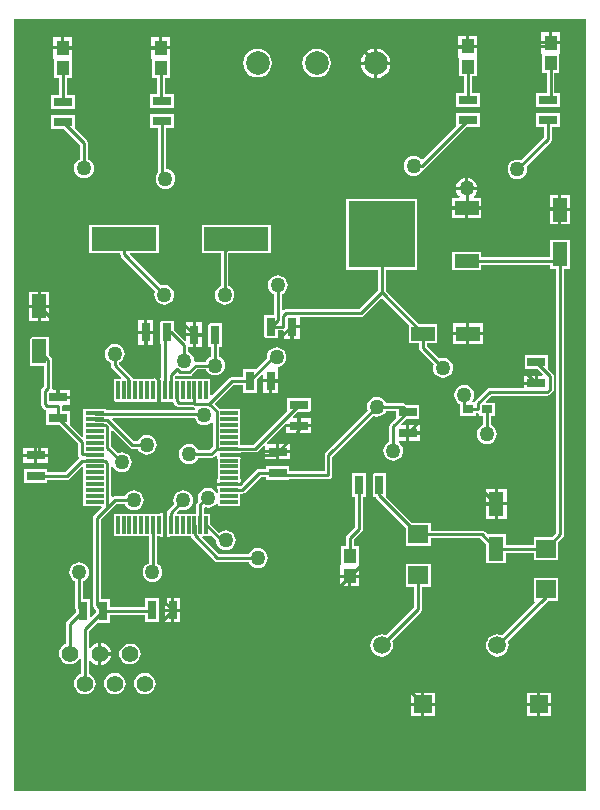
<source format=gtl>
%FSLAX44Y44*%
%MOMM*%
G71*
G01*
G75*
G04 Layer_Physical_Order=1*
G04 Layer_Color=255*
%ADD10R,1.6800X1.5200*%
%ADD11R,0.9500X0.7000*%
%ADD12R,0.8000X1.6000*%
%ADD13R,1.2500X2.0000*%
%ADD14R,1.6000X0.8000*%
%ADD15R,5.5000X2.0000*%
%ADD16R,5.6000X5.6000*%
%ADD17R,2.0000X1.2000*%
%ADD18R,0.3000X1.5000*%
%ADD19R,1.5000X0.3000*%
%ADD20R,1.1000X1.2500*%
%ADD21R,2.0000X1.2500*%
%ADD22C,0.2540*%
%ADD23C,0.2900*%
%ADD24C,2.0000*%
%ADD25C,1.5000*%
%ADD26R,1.5000X1.5000*%
%ADD27C,1.4000*%
%ADD28C,1.2700*%
G36*
X484000Y-0D02*
X-0D01*
Y653000D01*
X484000D01*
Y-0D01*
D02*
G37*
%LPC*%
G36*
X28540Y290540D02*
X19270D01*
Y285270D01*
X28540D01*
Y290540D01*
D02*
G37*
G36*
X16730D02*
X7460D01*
Y285270D01*
X16730D01*
Y290540D01*
D02*
G37*
G36*
X233540Y285730D02*
X224270D01*
Y280460D01*
X233540D01*
Y285730D01*
D02*
G37*
G36*
X239730Y307730D02*
X230460D01*
Y302460D01*
X239730D01*
Y307730D01*
D02*
G37*
G36*
X343540Y301730D02*
X334270D01*
Y296460D01*
X343540D01*
Y301730D01*
D02*
G37*
G36*
X233540Y293540D02*
X224270D01*
Y288270D01*
X233540D01*
Y293540D01*
D02*
G37*
G36*
X416790Y255540D02*
X409270D01*
Y244270D01*
X416790D01*
Y255540D01*
D02*
G37*
G36*
X406730D02*
X399210D01*
Y244270D01*
X406730D01*
Y255540D01*
D02*
G37*
G36*
X416790Y241730D02*
X409270D01*
Y230460D01*
X416790D01*
Y241730D01*
D02*
G37*
G36*
X221730Y285730D02*
X212460D01*
Y280460D01*
X221730D01*
Y285730D01*
D02*
G37*
G36*
X28540Y282730D02*
X19270D01*
Y277460D01*
X28540D01*
Y282730D01*
D02*
G37*
G36*
X16730D02*
X7460D01*
Y277460D01*
X16730D01*
Y282730D01*
D02*
G37*
G36*
X223540Y345730D02*
X218270D01*
Y336460D01*
X223540D01*
Y345730D01*
D02*
G37*
G36*
X215730D02*
X210460D01*
Y336460D01*
X215730D01*
Y345730D01*
D02*
G37*
G36*
X47540Y339540D02*
X38270D01*
Y334270D01*
X47540D01*
Y339540D01*
D02*
G37*
G36*
X110030Y386730D02*
X104760D01*
Y377460D01*
X110030D01*
Y386730D01*
D02*
G37*
G36*
X158840Y384730D02*
X153570D01*
Y375460D01*
X158840D01*
Y384730D01*
D02*
G37*
G36*
X440730Y351540D02*
X431460D01*
Y346270D01*
X440730D01*
Y351540D01*
D02*
G37*
G36*
X251540Y315540D02*
X242270D01*
Y310270D01*
X251540D01*
Y315540D01*
D02*
G37*
G36*
X343540Y309540D02*
X334270D01*
Y304270D01*
X343540D01*
Y309540D01*
D02*
G37*
G36*
X251540Y307730D02*
X242270D01*
Y302460D01*
X251540D01*
Y307730D01*
D02*
G37*
G36*
X85000Y378422D02*
X82820Y378135D01*
X80789Y377294D01*
X79045Y375955D01*
X77706Y374211D01*
X76865Y372180D01*
X76578Y370000D01*
X76865Y367820D01*
X77706Y365789D01*
X79045Y364045D01*
X80789Y362706D01*
X81666Y362343D01*
Y360124D01*
X81920Y358848D01*
X82642Y357767D01*
X90736Y349673D01*
X90250Y348500D01*
X84000D01*
Y329500D01*
X118460D01*
Y328960D01*
X121230D01*
Y339000D01*
Y349040D01*
X118460D01*
Y348500D01*
X100476D01*
X100350Y349130D01*
X99628Y350212D01*
X88670Y361170D01*
X88856Y362559D01*
X89211Y362706D01*
X90955Y364045D01*
X92294Y365789D01*
X93135Y367820D01*
X93422Y370000D01*
X93135Y372180D01*
X92294Y374211D01*
X90955Y375955D01*
X89211Y377294D01*
X87180Y378135D01*
X85000Y378422D01*
D02*
G37*
G36*
X452000Y368700D02*
X432000D01*
Y356700D01*
X443285D01*
X447272Y352713D01*
X446786Y351540D01*
X443270D01*
Y345000D01*
X442000D01*
Y343730D01*
X431460D01*
Y341064D01*
X402355D01*
X401080Y340810D01*
X399998Y340088D01*
X390122Y330212D01*
X389400Y329130D01*
X389304Y328650D01*
X388037Y328704D01*
X387512Y329770D01*
X388294Y330789D01*
X389135Y332820D01*
X389422Y335000D01*
X389135Y337180D01*
X388294Y339211D01*
X386955Y340955D01*
X385211Y342294D01*
X383180Y343135D01*
X381000Y343422D01*
X378820Y343135D01*
X376789Y342294D01*
X375045Y340955D01*
X373706Y339211D01*
X372865Y337180D01*
X372578Y335000D01*
X372865Y332820D01*
X373706Y330789D01*
X375045Y329045D01*
X376789Y327706D01*
X377250Y327515D01*
Y317500D01*
X390750D01*
Y319666D01*
X392480D01*
X392768Y319723D01*
X393750Y318918D01*
Y317500D01*
X396666D01*
Y309657D01*
X395789Y309294D01*
X394045Y307955D01*
X392706Y306211D01*
X391865Y304180D01*
X391578Y302000D01*
X391865Y299820D01*
X392706Y297789D01*
X394045Y296045D01*
X395789Y294706D01*
X397820Y293865D01*
X400000Y293578D01*
X402180Y293865D01*
X404211Y294706D01*
X405955Y296045D01*
X407294Y297789D01*
X408135Y299820D01*
X408422Y302000D01*
X408135Y304180D01*
X407294Y306211D01*
X405955Y307955D01*
X404211Y309294D01*
X403334Y309657D01*
Y317500D01*
X407250D01*
Y328500D01*
X399500D01*
X399014Y329673D01*
X403736Y334396D01*
X451354D01*
X452630Y334650D01*
X453712Y335373D01*
X455628Y337288D01*
X456350Y338370D01*
X456604Y339646D01*
Y351430D01*
X456350Y352706D01*
X455628Y353787D01*
X452000Y357415D01*
Y368700D01*
D02*
G37*
G36*
X135000Y398000D02*
X123000D01*
Y378000D01*
X124396D01*
Y349040D01*
X123770D01*
Y339000D01*
Y328960D01*
X126540D01*
Y329500D01*
X134524D01*
X134650Y328870D01*
X135372Y327788D01*
X137288Y325872D01*
X138370Y325150D01*
X139646Y324896D01*
X151275D01*
X151808Y324540D01*
X152708Y324361D01*
X153265Y323474D01*
X153367Y323016D01*
X153111Y322604D01*
X77500D01*
Y323000D01*
X58500D01*
Y316000D01*
Y311000D01*
Y306000D01*
Y301000D01*
Y300174D01*
X57327Y299688D01*
X47000Y310015D01*
Y321300D01*
X40334D01*
Y325730D01*
X40933Y326460D01*
X47540D01*
Y331730D01*
X37000D01*
Y333000D01*
X35730D01*
Y339540D01*
X32792D01*
X31788Y340810D01*
X31854Y341144D01*
Y364480D01*
X31600Y365756D01*
X30877Y366838D01*
X29250Y368465D01*
Y384000D01*
X12750D01*
Y360000D01*
X25186D01*
Y342525D01*
X23372Y340712D01*
X22650Y339630D01*
X22396Y338354D01*
Y327645D01*
X22650Y326370D01*
X23372Y325288D01*
X25288Y323372D01*
X26370Y322650D01*
X26925Y322539D01*
X27000Y321300D01*
X27000Y321300D01*
X27000Y321300D01*
Y309300D01*
X38285D01*
X53896Y293689D01*
Y284730D01*
X54150Y283454D01*
X54872Y282372D01*
X54403Y281159D01*
X42879Y269634D01*
X28000D01*
Y272300D01*
X8000D01*
Y260300D01*
X28000D01*
Y262966D01*
X44260D01*
X45536Y263220D01*
X46617Y263943D01*
X57327Y274652D01*
X58500Y274166D01*
Y271000D01*
Y266000D01*
Y261000D01*
Y256000D01*
Y251000D01*
Y246000D01*
Y241000D01*
X73666D01*
X74152Y239827D01*
X67372Y233048D01*
X66650Y231966D01*
X66396Y230690D01*
Y157270D01*
X66650Y155994D01*
X67372Y154913D01*
X69000Y153285D01*
Y150715D01*
X65123Y146838D01*
X63950Y147324D01*
Y162000D01*
X58334D01*
Y177343D01*
X59211Y177706D01*
X60955Y179045D01*
X62294Y180789D01*
X63135Y182820D01*
X63422Y185000D01*
X63135Y187180D01*
X62294Y189211D01*
X60955Y190955D01*
X59211Y192294D01*
X57180Y193135D01*
X55000Y193422D01*
X52820Y193135D01*
X50789Y192294D01*
X49045Y190955D01*
X47706Y189211D01*
X46865Y187180D01*
X46578Y185000D01*
X46865Y182820D01*
X47706Y180789D01*
X49045Y179045D01*
X50789Y177706D01*
X51666Y177343D01*
Y154950D01*
X51920Y153674D01*
X51950Y153629D01*
Y150715D01*
X44643Y143407D01*
X43920Y142326D01*
X43666Y141050D01*
Y124361D01*
X42461Y123861D01*
X40581Y122419D01*
X39139Y120539D01*
X38232Y118350D01*
X37922Y116000D01*
X38232Y113651D01*
X39139Y111461D01*
X40581Y109581D01*
X42461Y108139D01*
X44651Y107232D01*
X47000Y106922D01*
X49349Y107232D01*
X51539Y108139D01*
X53419Y109581D01*
X54861Y111461D01*
X55096Y112027D01*
X56366Y111775D01*
Y98961D01*
X55161Y98461D01*
X53281Y97019D01*
X51839Y95139D01*
X50932Y92949D01*
X50622Y90600D01*
X50932Y88251D01*
X51839Y86061D01*
X53281Y84181D01*
X55161Y82739D01*
X57351Y81832D01*
X59700Y81522D01*
X62049Y81832D01*
X64239Y82739D01*
X66119Y84181D01*
X67561Y86061D01*
X68468Y88251D01*
X68778Y90600D01*
X68468Y92949D01*
X67561Y95139D01*
X66119Y97019D01*
X64239Y98461D01*
X63034Y98961D01*
Y110510D01*
X64304Y110880D01*
X65596Y109196D01*
X67589Y107667D01*
X69910Y106706D01*
X71130Y106545D01*
Y116000D01*
Y125455D01*
X69910Y125294D01*
X67589Y124333D01*
X65596Y122804D01*
X64304Y121120D01*
X63034Y121490D01*
Y135319D01*
X69715Y142000D01*
X81000D01*
Y148666D01*
X110300D01*
Y143000D01*
X122300D01*
Y163000D01*
X110300D01*
Y155334D01*
X81000D01*
Y162000D01*
X73064D01*
Y229309D01*
X81128Y237372D01*
X86421Y242666D01*
X93343D01*
X93706Y241789D01*
X95045Y240045D01*
X96789Y238706D01*
X98820Y237865D01*
X101000Y237578D01*
X103180Y237865D01*
X105211Y238706D01*
X106955Y240045D01*
X108294Y241789D01*
X109135Y243820D01*
X109422Y246000D01*
X109135Y248180D01*
X108294Y250211D01*
X106955Y251955D01*
X105211Y253294D01*
X103180Y254135D01*
X101000Y254422D01*
X98820Y254135D01*
X96789Y253294D01*
X95045Y251955D01*
X93706Y250211D01*
X93343Y249334D01*
X85040D01*
X83764Y249080D01*
X83374Y248820D01*
X82104Y249499D01*
Y274338D01*
X83374Y274591D01*
X83706Y273789D01*
X85045Y272045D01*
X86789Y270706D01*
X88820Y269865D01*
X91000Y269578D01*
X93180Y269865D01*
X95211Y270706D01*
X96955Y272045D01*
X98294Y273789D01*
X99135Y275820D01*
X99422Y278000D01*
X99135Y280180D01*
X98294Y282211D01*
X96955Y283955D01*
X95211Y285294D01*
X93180Y286135D01*
X91000Y286422D01*
X88820Y286135D01*
X87943Y285772D01*
X82104Y291611D01*
Y304562D01*
X83277Y305048D01*
X97683Y290643D01*
X98764Y289920D01*
X100040Y289666D01*
X104343D01*
X104706Y288789D01*
X106045Y287045D01*
X107789Y285706D01*
X109820Y284865D01*
X112000Y284578D01*
X114180Y284865D01*
X116211Y285706D01*
X117955Y287045D01*
X119294Y288789D01*
X120135Y290820D01*
X120422Y293000D01*
X120135Y295180D01*
X119294Y297211D01*
X117955Y298955D01*
X116211Y300294D01*
X114180Y301135D01*
X112000Y301422D01*
X109820Y301135D01*
X107789Y300294D01*
X106045Y298955D01*
X104706Y297211D01*
X104343Y296334D01*
X101421D01*
X82992Y314763D01*
X83478Y315936D01*
X152850D01*
X152865Y315820D01*
X153706Y313789D01*
X155045Y312045D01*
X156789Y310706D01*
X158820Y309865D01*
X161000Y309578D01*
X163180Y309865D01*
X165211Y310706D01*
X166626Y311792D01*
X167896Y311327D01*
Y291111D01*
X165119Y288334D01*
X155657D01*
X155294Y289211D01*
X153955Y290955D01*
X152211Y292294D01*
X150180Y293135D01*
X148000Y293422D01*
X145820Y293135D01*
X143789Y292294D01*
X142045Y290955D01*
X140706Y289211D01*
X139865Y287180D01*
X139578Y285000D01*
X139865Y282820D01*
X140706Y280789D01*
X142045Y279045D01*
X143789Y277706D01*
X145820Y276865D01*
X148000Y276578D01*
X150180Y276865D01*
X152211Y277706D01*
X153955Y279045D01*
X155294Y280789D01*
X155657Y281666D01*
X166500D01*
X167776Y281920D01*
X168857Y282642D01*
X170787Y284572D01*
X171960Y284086D01*
Y280460D01*
X172500D01*
Y276000D01*
Y271000D01*
Y266000D01*
Y263540D01*
X171960D01*
Y260770D01*
X182000D01*
Y258230D01*
X171960D01*
Y255460D01*
X172500D01*
Y252982D01*
X171366Y252288D01*
X171230Y252294D01*
X169955Y253955D01*
X168211Y255294D01*
X166180Y256135D01*
X164000Y256422D01*
X161820Y256135D01*
X159789Y255294D01*
X158045Y253955D01*
X156706Y252211D01*
X155865Y250180D01*
X155578Y248000D01*
X155865Y245820D01*
X155935Y245650D01*
X155142Y244858D01*
X154420Y243776D01*
X154166Y242500D01*
Y234500D01*
X137874D01*
X137388Y235673D01*
X139943Y238228D01*
X140820Y237865D01*
X143000Y237578D01*
X145180Y237865D01*
X147211Y238706D01*
X148955Y240045D01*
X150294Y241789D01*
X151135Y243820D01*
X151422Y246000D01*
X151135Y248180D01*
X150294Y250211D01*
X148955Y251955D01*
X147211Y253294D01*
X145180Y254135D01*
X143000Y254422D01*
X140820Y254135D01*
X138789Y253294D01*
X137045Y251955D01*
X135706Y250211D01*
X134865Y248180D01*
X134578Y246000D01*
X134865Y243820D01*
X135228Y242943D01*
X130142Y237857D01*
X129420Y236776D01*
X129166Y235500D01*
Y235040D01*
X128770D01*
Y225000D01*
Y214960D01*
X131540D01*
Y215500D01*
X149524D01*
X149650Y214870D01*
X150372Y213788D01*
X169518Y194643D01*
X170600Y193920D01*
X171876Y193666D01*
X198343D01*
X198706Y192789D01*
X200045Y191045D01*
X201789Y189706D01*
X203820Y188865D01*
X206000Y188578D01*
X208180Y188865D01*
X210211Y189706D01*
X211955Y191045D01*
X213294Y192789D01*
X214135Y194820D01*
X214422Y197000D01*
X214135Y199180D01*
X213294Y201211D01*
X211955Y202955D01*
X210211Y204294D01*
X208180Y205135D01*
X206000Y205422D01*
X203820Y205135D01*
X201789Y204294D01*
X200045Y202955D01*
X198706Y201211D01*
X198343Y200334D01*
X173257D01*
X159264Y214327D01*
X159750Y215500D01*
X166000D01*
X166000Y215500D01*
Y215500D01*
X167182Y215603D01*
X170602Y212183D01*
X170578Y212000D01*
X170865Y209820D01*
X171706Y207789D01*
X173045Y206045D01*
X174789Y204706D01*
X176820Y203865D01*
X179000Y203578D01*
X181180Y203865D01*
X183211Y204706D01*
X184955Y206045D01*
X186294Y207789D01*
X187135Y209820D01*
X187422Y212000D01*
X187135Y214180D01*
X186294Y216211D01*
X184955Y217955D01*
X183211Y219294D01*
X181180Y220135D01*
X179000Y220422D01*
X176820Y220135D01*
X174789Y219294D01*
X173732Y218483D01*
X166000Y226215D01*
Y234500D01*
X160834D01*
Y239079D01*
X162104Y239828D01*
X164000Y239578D01*
X166180Y239865D01*
X168211Y240706D01*
X169955Y242045D01*
X171230Y243706D01*
X171366Y243711D01*
X172500Y243018D01*
Y241000D01*
X191500D01*
Y246000D01*
Y251000D01*
Y251396D01*
X192770D01*
X194046Y251650D01*
X195128Y252372D01*
X208721Y265966D01*
X213000D01*
Y263300D01*
X233000D01*
Y263666D01*
X266000D01*
X267276Y263920D01*
X268358Y264643D01*
X269080Y265724D01*
X269334Y267000D01*
Y282619D01*
X303943Y317228D01*
X304820Y316865D01*
X307000Y316578D01*
X309180Y316865D01*
X311211Y317706D01*
X312955Y319045D01*
X314294Y320789D01*
X314657Y321666D01*
X323000D01*
Y315415D01*
X318643Y311057D01*
X317920Y309976D01*
X317666Y308700D01*
Y295657D01*
X316789Y295294D01*
X315045Y293955D01*
X313706Y292211D01*
X312865Y290180D01*
X312578Y288000D01*
X312865Y285820D01*
X313706Y283789D01*
X315045Y282045D01*
X316789Y280706D01*
X318820Y279865D01*
X321000Y279578D01*
X323180Y279865D01*
X325211Y280706D01*
X326955Y282045D01*
X328294Y283789D01*
X329135Y285820D01*
X329422Y288000D01*
X329135Y290180D01*
X328294Y292211D01*
X326955Y293955D01*
X325346Y295190D01*
X325363Y295653D01*
X325704Y296460D01*
X331730D01*
Y303000D01*
Y309540D01*
X328214D01*
X327728Y310713D01*
X331715Y314700D01*
X343000D01*
Y326700D01*
X331715D01*
X331058Y327357D01*
X329976Y328080D01*
X328700Y328334D01*
X314657D01*
X314294Y329211D01*
X312955Y330955D01*
X311211Y332294D01*
X309180Y333135D01*
X307000Y333422D01*
X304820Y333135D01*
X302789Y332294D01*
X301045Y330955D01*
X299706Y329211D01*
X298865Y327180D01*
X298578Y325000D01*
X298865Y322820D01*
X299228Y321943D01*
X263643Y286357D01*
X262920Y285276D01*
X262666Y284000D01*
Y270334D01*
X233000D01*
Y275300D01*
X213000D01*
Y272634D01*
X207340D01*
X206064Y272380D01*
X204982Y271658D01*
X193213Y259888D01*
X192040Y260374D01*
Y263540D01*
X191500D01*
Y266000D01*
Y271000D01*
Y276000D01*
Y280460D01*
X192040D01*
Y283230D01*
X182000D01*
Y285770D01*
X192040D01*
Y286396D01*
X204030D01*
X205306Y286650D01*
X206388Y287372D01*
X211287Y292272D01*
X212460Y291786D01*
Y288270D01*
X221730D01*
Y293540D01*
X214214D01*
X213728Y294713D01*
X229287Y310272D01*
X229291Y310270D01*
X239730D01*
Y315540D01*
X236214D01*
X235728Y316713D01*
X239715Y320700D01*
X251000D01*
Y332700D01*
X231000D01*
Y321415D01*
X202649Y293064D01*
X191500D01*
Y296000D01*
Y301000D01*
Y306000D01*
Y311000D01*
Y316000D01*
Y323000D01*
X174077D01*
X173587Y323732D01*
X170335Y326985D01*
Y328255D01*
X185746Y343666D01*
X193300D01*
Y337000D01*
X205300D01*
Y348285D01*
X209287Y352272D01*
X210460Y351786D01*
Y348270D01*
X223540D01*
Y357540D01*
X223540Y357540D01*
X223540D01*
X223594Y358788D01*
X224180Y358865D01*
X226211Y359706D01*
X227955Y361045D01*
X229294Y362789D01*
X230135Y364820D01*
X230422Y367000D01*
X230135Y369180D01*
X229294Y371211D01*
X227955Y372955D01*
X226211Y374294D01*
X224180Y375135D01*
X222000Y375422D01*
X219820Y375135D01*
X217789Y374294D01*
X216045Y372955D01*
X214706Y371211D01*
X213865Y369180D01*
X213578Y367000D01*
X213695Y366110D01*
X204585Y357000D01*
X193300D01*
Y350334D01*
X184365D01*
X183089Y350080D01*
X182656Y349791D01*
X182007Y349357D01*
X167173Y334524D01*
X166000Y335010D01*
Y348500D01*
X135834D01*
Y350724D01*
X137395Y352285D01*
X137658Y352023D01*
X138739Y351300D01*
X140015Y351046D01*
X147985D01*
X149261Y351300D01*
X150342Y352023D01*
X154986Y356666D01*
X162343D01*
X162706Y355789D01*
X164045Y354045D01*
X165789Y352706D01*
X167820Y351865D01*
X170000Y351578D01*
X172180Y351865D01*
X174211Y352706D01*
X175955Y354045D01*
X177294Y355789D01*
X178135Y357820D01*
X178422Y360000D01*
X178135Y362180D01*
X177294Y364211D01*
X175955Y365955D01*
X174211Y367294D01*
X173334Y367657D01*
Y376000D01*
X176000D01*
Y396000D01*
X164000D01*
Y376000D01*
X166666D01*
Y367657D01*
X165789Y367294D01*
X164045Y365955D01*
X162706Y364211D01*
X162343Y363334D01*
X153605D01*
X153181Y363572D01*
X152372Y364384D01*
X152135Y366180D01*
X151294Y368211D01*
X149955Y369955D01*
X148211Y371294D01*
X147334Y371657D01*
Y375460D01*
X151030D01*
Y384730D01*
X145760D01*
Y381614D01*
X144587Y381128D01*
X135358Y390358D01*
X135000Y390596D01*
Y398000D01*
D02*
G37*
G36*
X85100Y99678D02*
X82751Y99368D01*
X80561Y98461D01*
X78681Y97019D01*
X77239Y95139D01*
X76332Y92949D01*
X76022Y90600D01*
X76332Y88251D01*
X77239Y86061D01*
X78681Y84181D01*
X80561Y82739D01*
X82751Y81832D01*
X85100Y81522D01*
X87450Y81832D01*
X89639Y82739D01*
X91519Y84181D01*
X92962Y86061D01*
X93868Y88251D01*
X94178Y90600D01*
X93868Y92949D01*
X92962Y95139D01*
X91519Y97019D01*
X89639Y98461D01*
X87450Y99368D01*
X85100Y99678D01*
D02*
G37*
G36*
X454040Y83040D02*
X445270D01*
Y74270D01*
X454040D01*
Y83040D01*
D02*
G37*
G36*
X442730D02*
X433960D01*
Y74270D01*
X442730D01*
Y83040D01*
D02*
G37*
G36*
X97800Y125078D02*
X95450Y124768D01*
X93261Y123861D01*
X91381Y122419D01*
X89939Y120539D01*
X89032Y118350D01*
X88722Y116000D01*
X89032Y113651D01*
X89939Y111461D01*
X91381Y109581D01*
X93261Y108139D01*
X95450Y107232D01*
X97800Y106922D01*
X100149Y107232D01*
X102339Y108139D01*
X104219Y109581D01*
X105661Y111461D01*
X106568Y113651D01*
X106878Y116000D01*
X106568Y118350D01*
X105661Y120539D01*
X104219Y122419D01*
X102339Y123861D01*
X100149Y124768D01*
X97800Y125078D01*
D02*
G37*
G36*
X81855Y114730D02*
X73670D01*
Y106545D01*
X74890Y106706D01*
X77211Y107667D01*
X79204Y109196D01*
X80733Y111189D01*
X81694Y113510D01*
X81855Y114730D01*
D02*
G37*
G36*
X110500Y99678D02*
X108151Y99368D01*
X105961Y98461D01*
X104081Y97019D01*
X102639Y95139D01*
X101732Y92949D01*
X101422Y90600D01*
X101732Y88251D01*
X102639Y86061D01*
X104081Y84181D01*
X105961Y82739D01*
X108151Y81832D01*
X110500Y81522D01*
X112850Y81832D01*
X115039Y82739D01*
X116919Y84181D01*
X118362Y86061D01*
X119268Y88251D01*
X119578Y90600D01*
X119268Y92949D01*
X118362Y95139D01*
X116919Y97019D01*
X115039Y98461D01*
X112850Y99368D01*
X110500Y99678D01*
D02*
G37*
G36*
X442730Y71730D02*
X433960D01*
Y62960D01*
X442730D01*
Y71730D01*
D02*
G37*
G36*
X356040D02*
X347270D01*
Y62960D01*
X356040D01*
Y71730D01*
D02*
G37*
G36*
X344730D02*
X335960D01*
Y62960D01*
X344730D01*
Y71730D01*
D02*
G37*
G36*
X356040Y83040D02*
X347270D01*
Y74270D01*
X356040D01*
Y83040D01*
D02*
G37*
G36*
X344730D02*
X335960D01*
Y74270D01*
X344730D01*
Y83040D01*
D02*
G37*
G36*
X454040Y71730D02*
X445270D01*
Y62960D01*
X454040D01*
Y71730D01*
D02*
G37*
G36*
X292040Y180480D02*
X285270D01*
Y172960D01*
X292040D01*
Y180480D01*
D02*
G37*
G36*
X282730D02*
X275960D01*
Y172960D01*
X282730D01*
Y180480D01*
D02*
G37*
G36*
X140540Y163540D02*
X135270D01*
Y154270D01*
X140540D01*
Y163540D01*
D02*
G37*
G36*
X406730Y241730D02*
X399210D01*
Y230460D01*
X406730D01*
Y241730D01*
D02*
G37*
G36*
X126230Y235040D02*
X123460D01*
Y234500D01*
X84000D01*
Y215500D01*
X114166D01*
Y192864D01*
X112789Y192294D01*
X111045Y190955D01*
X109706Y189211D01*
X108865Y187180D01*
X108578Y185000D01*
X108865Y182820D01*
X109706Y180789D01*
X111045Y179045D01*
X112789Y177706D01*
X114820Y176865D01*
X117000Y176578D01*
X119180Y176865D01*
X121211Y177706D01*
X122955Y179045D01*
X124294Y180789D01*
X125135Y182820D01*
X125422Y185000D01*
X125135Y187180D01*
X124294Y189211D01*
X122955Y190955D01*
X121211Y192294D01*
X120834Y192450D01*
Y215500D01*
X123460D01*
Y214960D01*
X126230D01*
Y225000D01*
Y235040D01*
D02*
G37*
G36*
X297950Y269000D02*
X285950D01*
Y249000D01*
X288616D01*
Y223331D01*
X281642Y216357D01*
X280920Y215276D01*
X280666Y214000D01*
Y207250D01*
X276500D01*
Y191810D01*
Y191586D01*
X275960Y190540D01*
Y190540D01*
Y190159D01*
X275960Y189704D01*
Y183020D01*
X292040D01*
Y189704D01*
X292040Y190159D01*
Y190540D01*
Y190540D01*
X291500Y191586D01*
Y191810D01*
Y207250D01*
X287334D01*
Y212619D01*
X294307Y219592D01*
X295030Y220674D01*
X295284Y221950D01*
Y249000D01*
X297950D01*
Y269000D01*
D02*
G37*
G36*
X460400Y180056D02*
X439600D01*
Y160856D01*
X440222D01*
X440708Y159683D01*
X412753Y131728D01*
X411480Y132255D01*
X409000Y132582D01*
X406520Y132255D01*
X404209Y131298D01*
X402225Y129775D01*
X400702Y127791D01*
X399744Y125480D01*
X399418Y123000D01*
X399744Y120520D01*
X400702Y118209D01*
X402225Y116224D01*
X404209Y114702D01*
X406520Y113744D01*
X409000Y113418D01*
X411480Y113744D01*
X413791Y114702D01*
X415775Y116224D01*
X417298Y118209D01*
X418255Y120520D01*
X418582Y123000D01*
X418255Y125480D01*
X417728Y126753D01*
X451831Y160856D01*
X460400D01*
Y180056D01*
D02*
G37*
G36*
X352400Y192056D02*
X331600D01*
Y172856D01*
X338482D01*
Y155457D01*
X314753Y131728D01*
X313480Y132255D01*
X311000Y132582D01*
X308520Y132255D01*
X306209Y131298D01*
X304224Y129775D01*
X302702Y127791D01*
X301744Y125480D01*
X301418Y123000D01*
X301744Y120520D01*
X302702Y118209D01*
X304224Y116224D01*
X306209Y114702D01*
X308520Y113744D01*
X311000Y113418D01*
X313480Y113744D01*
X315791Y114702D01*
X317775Y116224D01*
X319298Y118209D01*
X320255Y120520D01*
X320582Y123000D01*
X320255Y125480D01*
X319728Y126753D01*
X344487Y151513D01*
X345250Y152654D01*
X345518Y154000D01*
Y172856D01*
X352400D01*
Y192056D01*
D02*
G37*
G36*
X73670Y125455D02*
Y117270D01*
X81855D01*
X81694Y118490D01*
X80733Y120811D01*
X79204Y122804D01*
X77211Y124333D01*
X74890Y125294D01*
X73670Y125455D01*
D02*
G37*
G36*
X132730Y163540D02*
X127460D01*
Y154270D01*
X132730D01*
Y163540D01*
D02*
G37*
G36*
X140540Y151730D02*
X135270D01*
Y142460D01*
X140540D01*
Y151730D01*
D02*
G37*
G36*
X132730D02*
X127460D01*
Y142460D01*
X132730D01*
Y151730D01*
D02*
G37*
G36*
X462040Y631980D02*
X445960D01*
Y625296D01*
X445960Y624841D01*
Y624460D01*
Y624460D01*
X446500Y623414D01*
Y623190D01*
Y607750D01*
X450666D01*
Y591050D01*
X442000D01*
Y579050D01*
X462000D01*
Y591050D01*
X457334D01*
Y607750D01*
X461500D01*
Y623190D01*
Y623414D01*
X462040Y624460D01*
Y624460D01*
Y624841D01*
X462040Y625296D01*
Y631980D01*
D02*
G37*
G36*
X132040Y627980D02*
X115960D01*
Y621296D01*
X115960Y620841D01*
Y620460D01*
Y620460D01*
X116500Y619414D01*
Y619190D01*
Y603750D01*
X120666D01*
Y590050D01*
X115000D01*
Y578050D01*
X135000D01*
Y590050D01*
X127334D01*
Y603750D01*
X131500D01*
Y619190D01*
Y619414D01*
X132040Y620460D01*
Y620460D01*
Y620841D01*
X132040Y621296D01*
Y627980D01*
D02*
G37*
G36*
X49040D02*
X32960D01*
Y621296D01*
X32960Y620841D01*
Y620460D01*
Y620460D01*
X33500Y619414D01*
Y619190D01*
Y603750D01*
X37666D01*
Y589050D01*
X31000D01*
Y577050D01*
X51000D01*
Y589050D01*
X44334D01*
Y603750D01*
X48500D01*
Y619190D01*
Y619414D01*
X49040Y620460D01*
Y620460D01*
Y620841D01*
X49040Y621296D01*
Y627980D01*
D02*
G37*
G36*
X318481Y614730D02*
X307270D01*
Y603519D01*
X309274Y603783D01*
X312324Y605046D01*
X314944Y607056D01*
X316954Y609676D01*
X318217Y612726D01*
X318481Y614730D01*
D02*
G37*
G36*
X304730D02*
X293519D01*
X293783Y612726D01*
X295046Y609676D01*
X297056Y607056D01*
X299676Y605046D01*
X302726Y603783D01*
X304730Y603519D01*
Y614730D01*
D02*
G37*
G36*
X392040Y628980D02*
X375960D01*
Y622296D01*
X375960Y621841D01*
Y621460D01*
Y621460D01*
X376500Y620414D01*
Y620190D01*
Y604750D01*
X380666D01*
Y591050D01*
X374000D01*
Y579050D01*
X394000D01*
Y591050D01*
X387334D01*
Y604750D01*
X391500D01*
Y620190D01*
Y620414D01*
X392040Y621460D01*
Y621460D01*
Y621841D01*
X392040Y622296D01*
Y628980D01*
D02*
G37*
G36*
X384270Y518800D02*
Y511270D01*
X391800D01*
X391661Y512321D01*
X390765Y514483D01*
X389340Y516340D01*
X387483Y517765D01*
X385321Y518661D01*
X384270Y518800D01*
D02*
G37*
G36*
X381730D02*
X380679Y518661D01*
X378517Y517765D01*
X376660Y516340D01*
X375235Y514483D01*
X374339Y512321D01*
X374201Y511270D01*
X381730D01*
Y518800D01*
D02*
G37*
G36*
X135000Y573000D02*
X115000D01*
Y561000D01*
X121666D01*
Y523462D01*
X120706Y522211D01*
X119865Y520180D01*
X119578Y518000D01*
X119865Y515820D01*
X120706Y513789D01*
X122045Y512045D01*
X123789Y510706D01*
X125820Y509865D01*
X128000Y509578D01*
X130180Y509865D01*
X132211Y510706D01*
X133955Y512045D01*
X135294Y513789D01*
X136135Y515820D01*
X136422Y518000D01*
X136135Y520180D01*
X135294Y522211D01*
X133955Y523955D01*
X132211Y525294D01*
X130180Y526135D01*
X128334Y526378D01*
Y561000D01*
X135000D01*
Y573000D01*
D02*
G37*
G36*
X394000Y574000D02*
X374000D01*
Y562715D01*
X345628Y534343D01*
X344361Y534426D01*
X343955Y534955D01*
X342211Y536294D01*
X340180Y537135D01*
X338000Y537422D01*
X335820Y537135D01*
X333789Y536294D01*
X332045Y534955D01*
X330706Y533211D01*
X329865Y531180D01*
X329578Y529000D01*
X329865Y526820D01*
X330706Y524789D01*
X332045Y523045D01*
X333789Y521706D01*
X335820Y520865D01*
X338000Y520578D01*
X340180Y520865D01*
X342211Y521706D01*
X343955Y523045D01*
X345294Y524789D01*
X345716Y525808D01*
X346276Y525920D01*
X347357Y526642D01*
X382715Y562000D01*
X394000D01*
Y574000D01*
D02*
G37*
G36*
X462000Y574000D02*
X442000D01*
Y562000D01*
X448666D01*
Y553381D01*
X429057Y533772D01*
X428180Y534135D01*
X426000Y534422D01*
X423820Y534135D01*
X421789Y533294D01*
X420045Y531955D01*
X418706Y530211D01*
X417865Y528180D01*
X417578Y526000D01*
X417865Y523820D01*
X418706Y521789D01*
X420045Y520045D01*
X421789Y518706D01*
X423820Y517865D01*
X426000Y517578D01*
X428180Y517865D01*
X430211Y518706D01*
X431955Y520045D01*
X433294Y521789D01*
X434135Y523820D01*
X434422Y526000D01*
X434135Y528180D01*
X433772Y529057D01*
X454357Y549642D01*
X455080Y550724D01*
X455334Y552000D01*
Y562000D01*
X462000D01*
Y574000D01*
D02*
G37*
G36*
X51000Y572000D02*
X31000D01*
Y560000D01*
X42285D01*
X55666Y546619D01*
Y534657D01*
X54789Y534294D01*
X53045Y532955D01*
X51706Y531211D01*
X50865Y529180D01*
X50578Y527000D01*
X50865Y524820D01*
X51706Y522789D01*
X53045Y521045D01*
X54789Y519706D01*
X56820Y518865D01*
X59000Y518578D01*
X61180Y518865D01*
X63211Y519706D01*
X64955Y521045D01*
X66294Y522789D01*
X67135Y524820D01*
X67422Y527000D01*
X67135Y529180D01*
X66294Y531211D01*
X64955Y532955D01*
X63211Y534294D01*
X62334Y534657D01*
Y548000D01*
X62080Y549276D01*
X61357Y550358D01*
X51000Y560715D01*
Y572000D01*
D02*
G37*
G36*
X382730Y639040D02*
X375960D01*
Y631520D01*
X382730D01*
Y639040D01*
D02*
G37*
G36*
X132040Y638040D02*
X125270D01*
Y630520D01*
X132040D01*
Y638040D01*
D02*
G37*
G36*
X122730D02*
X115960D01*
Y630520D01*
X122730D01*
Y638040D01*
D02*
G37*
G36*
X462040Y642040D02*
X455270D01*
Y634520D01*
X462040D01*
Y642040D01*
D02*
G37*
G36*
X452730D02*
X445960D01*
Y634520D01*
X452730D01*
Y642040D01*
D02*
G37*
G36*
X392040Y639040D02*
X385270D01*
Y631520D01*
X392040D01*
Y639040D01*
D02*
G37*
G36*
X304730Y628481D02*
X302726Y628217D01*
X299676Y626954D01*
X297056Y624944D01*
X295046Y622324D01*
X293783Y619274D01*
X293519Y617270D01*
X304730D01*
Y628481D01*
D02*
G37*
G36*
X256000Y628104D02*
X252867Y627691D01*
X249948Y626482D01*
X247442Y624558D01*
X245518Y622052D01*
X244309Y619133D01*
X243896Y616000D01*
X244309Y612867D01*
X245518Y609948D01*
X247442Y607441D01*
X249948Y605518D01*
X252867Y604309D01*
X256000Y603896D01*
X259133Y604309D01*
X262052Y605518D01*
X264559Y607441D01*
X266482Y609948D01*
X267691Y612867D01*
X268104Y616000D01*
X267691Y619133D01*
X266482Y622052D01*
X264559Y624558D01*
X262052Y626482D01*
X259133Y627691D01*
X256000Y628104D01*
D02*
G37*
G36*
X206000D02*
X202867Y627691D01*
X199948Y626482D01*
X197442Y624558D01*
X195518Y622052D01*
X194309Y619133D01*
X193896Y616000D01*
X194309Y612867D01*
X195518Y609948D01*
X197442Y607441D01*
X199948Y605518D01*
X202867Y604309D01*
X206000Y603896D01*
X209133Y604309D01*
X212052Y605518D01*
X214559Y607441D01*
X216482Y609948D01*
X217691Y612867D01*
X218104Y616000D01*
X217691Y619133D01*
X216482Y622052D01*
X214559Y624558D01*
X212052Y626482D01*
X209133Y627691D01*
X206000Y628104D01*
D02*
G37*
G36*
X49040Y638040D02*
X42270D01*
Y630520D01*
X49040D01*
Y638040D01*
D02*
G37*
G36*
X39730D02*
X32960D01*
Y630520D01*
X39730D01*
Y638040D01*
D02*
G37*
G36*
X307270Y628481D02*
Y617270D01*
X318481D01*
X318217Y619274D01*
X316954Y622324D01*
X314944Y624944D01*
X312324Y626954D01*
X309274Y628217D01*
X307270Y628481D01*
D02*
G37*
G36*
X391800Y508730D02*
X374201D01*
X374339Y507679D01*
X375235Y505517D01*
X376660Y503660D01*
X377115Y503310D01*
X376684Y502040D01*
X370460D01*
Y494770D01*
X395540D01*
Y502040D01*
X389316D01*
X388885Y503310D01*
X389340Y503660D01*
X390765Y505517D01*
X391661Y507679D01*
X391800Y508730D01*
D02*
G37*
G36*
X110030Y398540D02*
X104760D01*
Y389270D01*
X110030D01*
Y398540D01*
D02*
G37*
G36*
X396540Y395790D02*
X385270D01*
Y388270D01*
X396540D01*
Y395790D01*
D02*
G37*
G36*
X382730D02*
X371460D01*
Y388270D01*
X382730D01*
Y395790D01*
D02*
G37*
G36*
X29790Y408730D02*
X22270D01*
Y397460D01*
X29790D01*
Y408730D01*
D02*
G37*
G36*
X19730D02*
X12210D01*
Y397460D01*
X19730D01*
Y408730D01*
D02*
G37*
G36*
X117840Y398540D02*
X112570D01*
Y389270D01*
X117840D01*
Y398540D01*
D02*
G37*
G36*
X396540Y385730D02*
X385270D01*
Y378210D01*
X396540D01*
Y385730D01*
D02*
G37*
G36*
X382730D02*
X371460D01*
Y378210D01*
X382730D01*
Y385730D01*
D02*
G37*
G36*
X117840Y386730D02*
X112570D01*
Y377460D01*
X117840D01*
Y386730D01*
D02*
G37*
G36*
X158840Y396540D02*
X153570D01*
Y387270D01*
X158840D01*
Y396540D01*
D02*
G37*
G36*
X151030D02*
X145760D01*
Y387270D01*
X151030D01*
Y396540D01*
D02*
G37*
G36*
X241540Y391730D02*
X236270D01*
Y382460D01*
X241540D01*
Y391730D01*
D02*
G37*
G36*
X381730Y492230D02*
X370460D01*
Y484960D01*
X381730D01*
Y492230D01*
D02*
G37*
G36*
X470790Y490730D02*
X463270D01*
Y479460D01*
X470790D01*
Y490730D01*
D02*
G37*
G36*
X460730D02*
X453210D01*
Y479460D01*
X460730D01*
Y490730D01*
D02*
G37*
G36*
X470790Y504540D02*
X463270D01*
Y493270D01*
X470790D01*
Y504540D01*
D02*
G37*
G36*
X460730D02*
X453210D01*
Y493270D01*
X460730D01*
Y504540D01*
D02*
G37*
G36*
X395540Y492230D02*
X384270D01*
Y484960D01*
X395540D01*
Y492230D01*
D02*
G37*
G36*
X29790Y422540D02*
X22270D01*
Y411270D01*
X29790D01*
Y422540D01*
D02*
G37*
G36*
X19730D02*
X12210D01*
Y411270D01*
X19730D01*
Y422540D01*
D02*
G37*
G36*
X341000Y501000D02*
X281000D01*
Y441000D01*
X307666D01*
Y423381D01*
X291889Y407604D01*
X229646D01*
X228370Y407350D01*
X227604Y406839D01*
X226334Y407312D01*
Y420343D01*
X227211Y420706D01*
X228955Y422045D01*
X230294Y423789D01*
X231135Y425820D01*
X231422Y428000D01*
X231135Y430180D01*
X230294Y432211D01*
X228955Y433955D01*
X227211Y435294D01*
X225180Y436135D01*
X223000Y436422D01*
X220820Y436135D01*
X218789Y435294D01*
X217045Y433955D01*
X215706Y432211D01*
X214865Y430180D01*
X214578Y428000D01*
X214865Y425820D01*
X215706Y423789D01*
X217045Y422045D01*
X218789Y420706D01*
X219666Y420343D01*
Y403000D01*
X211300D01*
Y383000D01*
X223300D01*
Y389666D01*
X227504D01*
X228460Y388881D01*
Y382460D01*
X233730D01*
Y393000D01*
X235000D01*
Y394270D01*
X241540D01*
Y400936D01*
X293270D01*
X294546Y401190D01*
X295627Y401912D01*
X311000Y417285D01*
X334000Y394285D01*
Y378750D01*
X342666D01*
Y375000D01*
X342920Y373724D01*
X343643Y372643D01*
X355228Y361057D01*
X354865Y360180D01*
X354578Y358000D01*
X354865Y355820D01*
X355706Y353789D01*
X357045Y352045D01*
X358789Y350706D01*
X360820Y349865D01*
X363000Y349578D01*
X365180Y349865D01*
X367211Y350706D01*
X368955Y352045D01*
X370294Y353789D01*
X371135Y355820D01*
X371422Y358000D01*
X371135Y360180D01*
X370294Y362211D01*
X368955Y363955D01*
X367211Y365294D01*
X365180Y366135D01*
X363000Y366422D01*
X360820Y366135D01*
X359943Y365772D01*
X349334Y376381D01*
Y378750D01*
X358000D01*
Y395250D01*
X342465D01*
X314334Y423381D01*
Y441000D01*
X341000D01*
Y501000D01*
D02*
G37*
G36*
X470250Y466000D02*
X453750D01*
Y451834D01*
X395000D01*
Y456500D01*
X371000D01*
Y440500D01*
X395000D01*
Y445166D01*
X453750D01*
Y442000D01*
X458666D01*
Y218337D01*
X454885Y214556D01*
X439600D01*
Y208290D01*
X416250D01*
Y217000D01*
X400715D01*
X398401Y219314D01*
X397320Y220036D01*
X396044Y220290D01*
X352400D01*
Y226556D01*
X337115D01*
X315649Y248022D01*
X315000Y249000D01*
X315000D01*
X315000Y249000D01*
Y269000D01*
X303000D01*
Y249000D01*
X305856D01*
X305920Y248680D01*
X306642Y247598D01*
X331600Y222641D01*
Y207356D01*
X352400D01*
Y213622D01*
X394663D01*
X399750Y208535D01*
Y193000D01*
X416250D01*
Y201622D01*
X439600D01*
Y195356D01*
X460400D01*
Y210641D01*
X464357Y214599D01*
X465080Y215680D01*
X465334Y216956D01*
Y442000D01*
X470250D01*
Y466000D01*
D02*
G37*
G36*
X217500Y479000D02*
X158500D01*
Y455000D01*
X174666D01*
Y427657D01*
X173789Y427294D01*
X172045Y425955D01*
X170706Y424211D01*
X169865Y422180D01*
X169578Y420000D01*
X169865Y417820D01*
X170706Y415789D01*
X172045Y414045D01*
X173789Y412706D01*
X175820Y411865D01*
X178000Y411578D01*
X180180Y411865D01*
X182211Y412706D01*
X183955Y414045D01*
X185294Y415789D01*
X186135Y417820D01*
X186422Y420000D01*
X186135Y422180D01*
X185294Y424211D01*
X183955Y425955D01*
X182211Y427294D01*
X181334Y427657D01*
Y455000D01*
X217500D01*
Y479000D01*
D02*
G37*
G36*
X122500D02*
X63500D01*
Y455000D01*
X89666D01*
Y454000D01*
X89920Y452724D01*
X90642Y451642D01*
X119228Y423057D01*
X118865Y422180D01*
X118578Y420000D01*
X118865Y417820D01*
X119706Y415789D01*
X121045Y414045D01*
X122789Y412706D01*
X124820Y411865D01*
X127000Y411578D01*
X129180Y411865D01*
X131211Y412706D01*
X132955Y414045D01*
X134294Y415789D01*
X135135Y417820D01*
X135422Y420000D01*
X135135Y422180D01*
X134294Y424211D01*
X132955Y425955D01*
X131211Y427294D01*
X129180Y428135D01*
X127000Y428422D01*
X124820Y428135D01*
X123943Y427772D01*
X97888Y453827D01*
X98374Y455000D01*
X122500D01*
Y479000D01*
D02*
G37*
%LPD*%
D10*
X342000Y216956D02*
D03*
Y182456D02*
D03*
X450000Y170456D02*
D03*
Y204956D02*
D03*
D11*
X384000Y323000D02*
D03*
X400500D02*
D03*
D12*
X75000Y152000D02*
D03*
X57950D02*
D03*
X134000Y153000D02*
D03*
X116300D02*
D03*
X235000Y393000D02*
D03*
X217300D02*
D03*
X217000Y347000D02*
D03*
X199300D02*
D03*
X170000Y386000D02*
D03*
X152300D02*
D03*
X129000Y388000D02*
D03*
X111300D02*
D03*
X309000Y259000D02*
D03*
X291950D02*
D03*
D13*
X21000Y410000D02*
D03*
Y372000D02*
D03*
X462000Y492000D02*
D03*
Y454000D02*
D03*
X408000Y243000D02*
D03*
Y205000D02*
D03*
D14*
X223000Y287000D02*
D03*
Y269300D02*
D03*
X333000Y303000D02*
D03*
Y320700D02*
D03*
X442000Y345000D02*
D03*
Y362700D02*
D03*
X37000Y333000D02*
D03*
Y315300D02*
D03*
X18000Y284000D02*
D03*
Y266300D02*
D03*
X241000Y309000D02*
D03*
Y326700D02*
D03*
X384000Y568000D02*
D03*
Y585050D02*
D03*
X125000Y567000D02*
D03*
Y584050D02*
D03*
X41000Y566000D02*
D03*
Y583050D02*
D03*
X452000Y568000D02*
D03*
Y585050D02*
D03*
D15*
X93000Y467000D02*
D03*
X188000D02*
D03*
D16*
X311000Y471000D02*
D03*
D17*
X383000Y493500D02*
D03*
Y448500D02*
D03*
D18*
X127500Y225000D02*
D03*
X122500D02*
D03*
X117500D02*
D03*
X102500D02*
D03*
X107500D02*
D03*
X112500D02*
D03*
X132500D02*
D03*
X137500D02*
D03*
X142500D02*
D03*
X97500D02*
D03*
X92500D02*
D03*
X87500D02*
D03*
X162500D02*
D03*
X157500D02*
D03*
X152500D02*
D03*
X147500D02*
D03*
Y339000D02*
D03*
X152500D02*
D03*
X157500D02*
D03*
X162500D02*
D03*
X87500D02*
D03*
X92500D02*
D03*
X97500D02*
D03*
X142500D02*
D03*
X137500D02*
D03*
X132500D02*
D03*
X112500D02*
D03*
X107500D02*
D03*
X102500D02*
D03*
X117500D02*
D03*
X122500D02*
D03*
X127500D02*
D03*
D19*
X182000Y279500D02*
D03*
Y284500D02*
D03*
Y289500D02*
D03*
Y304500D02*
D03*
Y299500D02*
D03*
Y294500D02*
D03*
Y274500D02*
D03*
Y269500D02*
D03*
Y264500D02*
D03*
Y309500D02*
D03*
Y314500D02*
D03*
Y319500D02*
D03*
Y244500D02*
D03*
Y249500D02*
D03*
Y254500D02*
D03*
Y259500D02*
D03*
X68000D02*
D03*
Y254500D02*
D03*
Y249500D02*
D03*
Y244500D02*
D03*
Y319500D02*
D03*
Y314500D02*
D03*
Y309500D02*
D03*
Y264500D02*
D03*
Y269500D02*
D03*
Y274500D02*
D03*
Y294500D02*
D03*
Y299500D02*
D03*
Y304500D02*
D03*
Y289500D02*
D03*
Y284500D02*
D03*
Y279500D02*
D03*
D20*
X284000Y181750D02*
D03*
Y199000D02*
D03*
X384000Y630250D02*
D03*
Y613000D02*
D03*
X124000Y629250D02*
D03*
Y612000D02*
D03*
X41000Y629250D02*
D03*
Y612000D02*
D03*
X454000Y633250D02*
D03*
Y616000D02*
D03*
D21*
X384000Y387000D02*
D03*
X346000D02*
D03*
D22*
X442000Y362700D02*
X453270Y351430D01*
X78770Y239730D02*
X85040Y246000D01*
X101000D01*
X171230Y289730D02*
X204030D01*
X166500Y285000D02*
X171230Y289730D01*
X148000Y285000D02*
X166500D01*
X132500Y235500D02*
X143000Y246000D01*
X132500Y225000D02*
Y235500D01*
X127730Y159270D02*
Y258270D01*
X128730Y259270D01*
X157500Y242500D02*
X163000Y248000D01*
X164000D01*
X128730Y259270D02*
X181770D01*
X157500Y225000D02*
Y242500D01*
X162500Y225000D02*
X175500Y212000D01*
X179000D01*
X117500Y185500D02*
Y225000D01*
X117000Y185000D02*
X117500Y185500D01*
X117270Y224770D02*
X117500Y225000D01*
X55000Y154950D02*
X57950Y152000D01*
X55000Y154950D02*
Y185000D01*
X284000Y199000D02*
Y214000D01*
X291950Y221950D01*
Y259000D01*
X321000Y288000D02*
Y308700D01*
X333000Y320700D01*
X400000Y302000D02*
Y322500D01*
X381000Y326000D02*
Y335000D01*
X346000Y375000D02*
X363000Y358000D01*
X346000Y375000D02*
Y387000D01*
X453270Y339646D02*
Y351430D01*
X451354Y337730D02*
X453270Y339646D01*
X402355Y337730D02*
X451354D01*
X392480Y327854D02*
X402355Y337730D01*
X392480Y323000D02*
Y327854D01*
X384000Y323000D02*
X392480D01*
X237500Y358500D02*
X252270Y343730D01*
X235000Y361000D02*
X237500Y358500D01*
X226000Y347000D02*
X237500Y358500D01*
X217000Y347000D02*
X226000D01*
X164985Y327620D02*
X184365Y347000D01*
X199300D01*
X217300Y393000D02*
X223000Y398700D01*
Y428000D01*
X219300Y367000D02*
X222000D01*
X199300Y347000D02*
X219300Y367000D01*
X293270Y404270D02*
X311000Y422000D01*
X229646Y404270D02*
X293270D01*
X227504Y402128D02*
X229646Y404270D01*
X227504Y393000D02*
Y402128D01*
X217300Y393000D02*
X227504D01*
X152270Y328230D02*
Y339000D01*
X204030Y289730D02*
X241000Y326700D01*
X171230Y289730D02*
Y321375D01*
X164985Y327620D02*
X171230Y321375D01*
X153084Y327620D02*
X164985D01*
X152500Y328204D02*
X153084Y327620D01*
X152500Y328204D02*
Y339000D01*
X137730Y330145D02*
Y339000D01*
X137500D02*
X137730D01*
Y330145D02*
X139646Y328230D01*
X152270D01*
Y339000D02*
X152500D01*
X132500D02*
Y352105D01*
X137395Y357000D01*
X140015Y354380D01*
X147985D01*
X153605Y360000D01*
X170000D01*
X129000Y388000D02*
X133000D01*
X144000Y377000D01*
Y364000D02*
Y377000D01*
X170000Y360000D02*
Y386000D01*
X178000Y457000D02*
X188000Y467000D01*
X178000Y420000D02*
Y457000D01*
X93000Y454000D02*
X127000Y420000D01*
X93000Y454000D02*
Y467000D01*
X107270Y126270D02*
X134000Y153000D01*
X93546Y126270D02*
X107270D01*
X83276Y116000D02*
X93546Y126270D01*
X72400Y116000D02*
X83276D01*
X59700Y136700D02*
X75000Y152000D01*
X59700Y90600D02*
Y136700D01*
X47000Y141050D02*
X57950Y152000D01*
X47000Y116000D02*
Y141050D01*
X255250Y153000D02*
X265769D01*
X345769Y73000D01*
X346000D01*
X450000Y164000D02*
Y170456D01*
X346000Y73000D02*
X444000D01*
X311000Y422000D02*
X346000Y387000D01*
X311000Y422000D02*
Y471000D01*
X426000Y526000D02*
X452000Y552000D01*
Y568000D01*
X338000Y529000D02*
X345000D01*
X384000Y568000D01*
X97270Y339230D02*
X97500Y339000D01*
X97270Y339230D02*
Y347854D01*
X85000Y360124D02*
X97270Y347854D01*
X85000Y360124D02*
Y370000D01*
X68000Y309270D02*
X77350D01*
X68000D02*
Y309500D01*
X77350Y309270D02*
X78770Y307850D01*
Y290230D02*
Y307850D01*
Y290230D02*
X91000Y278000D01*
X68000Y314500D02*
X68230Y314270D01*
X78770D01*
X100040Y293000D01*
X112000D01*
X68000Y319500D02*
X68230Y319270D01*
X159730D01*
X161000Y318000D01*
X122270Y328230D02*
Y338770D01*
X84646Y328230D02*
X122270D01*
X68000Y314500D02*
X68230Y314730D01*
X125000Y521000D02*
X128000Y518000D01*
X125000Y521000D02*
Y567000D01*
X59000Y527000D02*
Y548000D01*
X41000Y566000D02*
X59000Y548000D01*
X67770Y284730D02*
X68000Y284500D01*
X57230Y284730D02*
X67770D01*
X57230D02*
Y295070D01*
X37000Y315300D02*
X57230Y295070D01*
X37000Y315300D02*
Y325730D01*
X27645D02*
X37000D01*
X25730Y327645D02*
X27645Y325730D01*
X25730Y327645D02*
Y338354D01*
X28520Y341144D01*
Y364480D01*
X21000Y372000D02*
X28520Y364480D01*
X68000Y279270D02*
X76855D01*
X115300Y152000D02*
X116300Y153000D01*
X75000Y152000D02*
X115300D01*
X69730Y157270D02*
X75000Y152000D01*
X69730Y157270D02*
Y230690D01*
X78770Y239730D01*
Y277355D01*
X76855Y279270D02*
X78770Y277355D01*
X68000Y279270D02*
Y279500D01*
X67770Y279270D02*
X68000Y279500D01*
X57230Y279270D02*
X67770D01*
X44260Y266300D02*
X57230Y279270D01*
X18000Y266300D02*
X44260D01*
X18000Y284000D02*
X21000Y287000D01*
Y349210D01*
X11480Y358730D02*
X21000Y349210D01*
X11480Y358730D02*
Y383354D01*
X21000Y392874D01*
Y410000D01*
X37000Y394000D01*
Y333000D02*
Y394000D01*
Y333000D02*
X79875D01*
X84646Y328230D01*
X122270Y338770D02*
X122500Y339000D01*
X383500Y387500D02*
X399500D01*
X341624Y243000D02*
X408000D01*
X399500Y387500D02*
X442000Y345000D01*
X375000D02*
X442000D01*
X333000Y303000D02*
X375000Y345000D01*
X333000Y303000D02*
X348000D01*
X408000Y243000D01*
X182000Y284270D02*
X190854D01*
X182000Y259730D02*
X191350D01*
X314354Y270270D02*
X341624Y243000D01*
X303645Y270270D02*
X314354D01*
X301730Y268354D02*
X303645Y270270D01*
X301730Y199480D02*
Y268354D01*
X284000Y181750D02*
X301730Y199480D01*
X255250Y153000D02*
X284000Y181750D01*
X134000Y153000D02*
X255250D01*
X127730Y159270D02*
X134000Y153000D01*
X181770Y259270D02*
X182000Y259500D01*
Y259730D01*
X191350D02*
X192770Y261150D01*
Y282355D01*
X190854Y284270D02*
X192770Y282355D01*
X182000Y284270D02*
Y284500D01*
X220500D01*
X223000Y287000D01*
X241000Y305000D01*
Y309000D01*
Y319430D01*
X250354D01*
X252270Y321345D01*
Y343730D01*
X235000Y361000D02*
Y393000D01*
X233925D02*
X235000D01*
X222654Y381730D02*
X233925Y393000D01*
X211946Y381730D02*
X222654D01*
X196406Y397270D02*
X211946Y381730D01*
X164646Y397270D02*
X196406D01*
X162730Y395354D02*
X164646Y397270D01*
X162730Y386000D02*
Y395354D01*
X152300Y386000D02*
X162730D01*
X139030Y399270D02*
X152300Y386000D01*
X123645Y399270D02*
X139030D01*
X121730Y397355D02*
X123645Y399270D01*
X121730Y388000D02*
Y397355D01*
X111300Y388000D02*
X121730D01*
X122270Y339230D02*
X122500Y339000D01*
X122270Y339230D02*
Y347854D01*
X111300Y358824D02*
X122270Y347854D01*
X111300Y358824D02*
Y388000D01*
X127500Y339000D02*
X127730Y339230D01*
Y386730D01*
X129000Y388000D01*
X309000Y249956D02*
Y259000D01*
Y249956D02*
X342000Y216956D01*
X408000Y205000D02*
X408044Y204956D01*
X396044Y216956D02*
X408000Y205000D01*
X342000Y216956D02*
X396044D01*
X408044Y204956D02*
X450000D01*
X462000Y216956D01*
Y454000D01*
X456500Y448500D02*
X462000Y454000D01*
X383000Y448500D02*
X456500D01*
X383500Y387500D02*
Y409500D01*
X365500D02*
X383500D01*
X365500D02*
Y493500D01*
X383000D01*
X460500D01*
X383000D02*
Y510000D01*
X182230Y254730D02*
X192770D01*
X207340Y269300D01*
X223000D01*
X225300Y267000D02*
X266000D01*
Y284000D01*
X307000Y325000D01*
X328700D02*
X333000Y320700D01*
X307000Y325000D02*
X328700D01*
X152500Y225000D02*
X152730Y224770D01*
Y216145D02*
Y224770D01*
Y216145D02*
X171876Y197000D01*
X206000D01*
X384000Y585050D02*
Y613000D01*
X454000Y587050D02*
Y616000D01*
X124000Y629270D02*
X292730D01*
X451000Y630250D02*
X454000Y633250D01*
X384000Y630250D02*
X451000D01*
X383020Y629270D02*
X384000Y630250D01*
X292730Y629270D02*
X383020D01*
X292730D02*
X306000Y616000D01*
X124000Y629250D02*
Y629270D01*
Y585050D02*
Y612000D01*
X41000Y583050D02*
X41000Y583050D01*
X41000Y583050D02*
Y612000D01*
Y629250D02*
X124000D01*
D23*
X409000Y123000D02*
X450000Y164000D01*
X311000Y123000D02*
X342000Y154000D01*
Y182456D01*
D24*
X206000Y616000D02*
D03*
X306000D02*
D03*
X256000D02*
D03*
D25*
X311000Y123000D02*
D03*
X409000D02*
D03*
D26*
X346000Y73000D02*
D03*
X444000D02*
D03*
D27*
X97800Y116000D02*
D03*
X85100Y90600D02*
D03*
X72400Y116000D02*
D03*
X110500Y90600D02*
D03*
X59700D02*
D03*
X47000Y116000D02*
D03*
D28*
X101000Y246000D02*
D03*
X148000Y285000D02*
D03*
X143000Y246000D02*
D03*
X164000Y248000D02*
D03*
X179000Y212000D02*
D03*
X117000Y185000D02*
D03*
X55000D02*
D03*
X400000Y302000D02*
D03*
X321000Y288000D02*
D03*
X381000Y335000D02*
D03*
X363000Y358000D02*
D03*
X223000Y428000D02*
D03*
X222000Y367000D02*
D03*
X178000Y420000D02*
D03*
X127000D02*
D03*
X144000Y364000D02*
D03*
X170000Y360000D02*
D03*
X426000Y526000D02*
D03*
X338000Y529000D02*
D03*
X85000Y370000D02*
D03*
X91000Y278000D02*
D03*
X161000Y318000D02*
D03*
X112000Y293000D02*
D03*
X59000Y527000D02*
D03*
X128000Y518000D02*
D03*
X383000Y510000D02*
D03*
X307000Y325000D02*
D03*
X206000Y197000D02*
D03*
M02*

</source>
